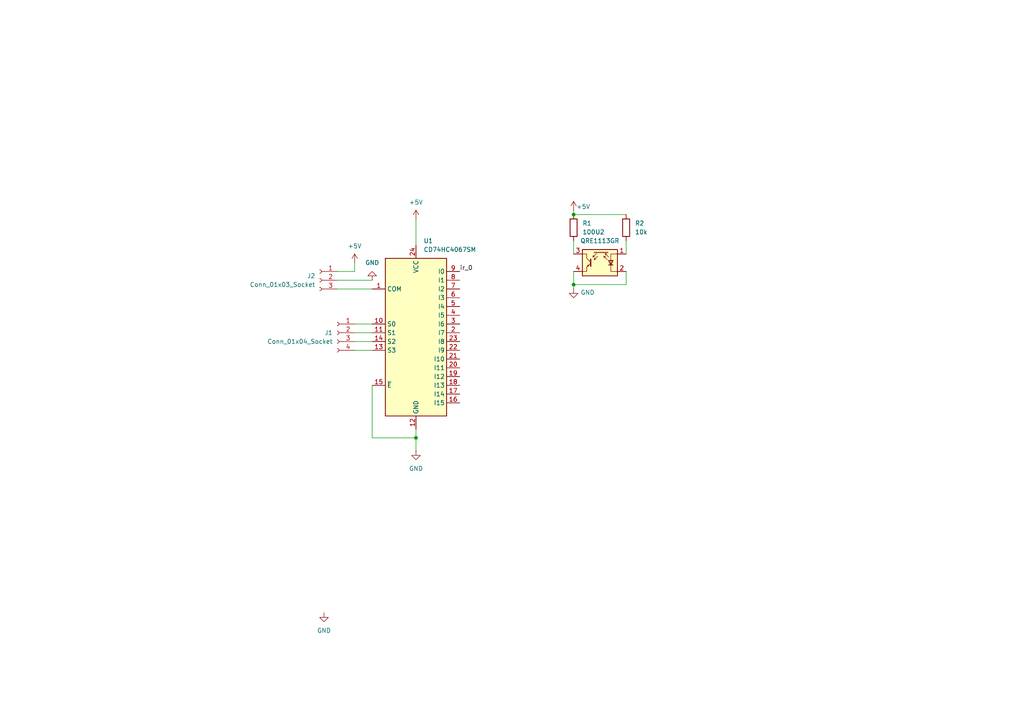
<source format=kicad_sch>
(kicad_sch (version 20250114) (generator "eeschema") (generator_version "9.0")
  (paper "A4")
  (lib_symbols
    (symbol "74xx:CD74HC4067SM"
      (property "Reference" "U" (at -8.89 22.86 0))
      (property "Value" "CD74HC4067SM" (at 1.27 22.86 0))
      (symbol "CD74HC4067SM_0_1"
        (rectangle (start -8.89 21.59) (end 8.89 -24.13) (stroke (width 0.254)) (fill (type background)))
      )
      (symbol "CD74HC4067SM_1_1"
        (pin passive line (at -12.7 12.7 0) (length 3.81) (name "COM") (number "1"))
        (pin input line (at -12.7 2.54 0) (length 3.81) (name "S0") (number "10"))
        (pin input line (at -12.7 0 0) (length 3.81) (name "S1") (number "11"))
        (pin input line (at -12.7 -2.54 0) (length 3.81) (name "S2") (number "14"))
        (pin input line (at -12.7 -5.08 0) (length 3.81) (name "S3") (number "13"))
        (pin input line (at -12.7 -15.24 0) (length 3.81) (name "~{E}") (number "15"))
        (pin power_in line (at 0 25.4 270) (length 3.81) (name "VCC") (number "24"))
        (pin power_in line (at 0 -27.94 90) (length 3.81) (name "GND") (number "12"))
        (pin passive line (at 12.7 17.78 180) (length 3.81) (name "I0") (number "9"))
        (pin passive line (at 12.7 15.24 180) (length 3.81) (name "I1") (number "8"))
        (pin passive line (at 12.7 12.7 180) (length 3.81) (name "I2") (number "7"))
        (pin passive line (at 12.7 10.16 180) (length 3.81) (name "I3") (number "6"))
        (pin passive line (at 12.7 7.62 180) (length 3.81) (name "I4") (number "5"))
        (pin passive line (at 12.7 5.08 180) (length 3.81) (name "I5") (number "4"))
        (pin passive line (at 12.7 2.54 180) (length 3.81) (name "I6") (number "3"))
        (pin passive line (at 12.7 0 180) (length 3.81) (name "I7") (number "2"))
        (pin passive line (at 12.7 -2.54 180) (length 3.81) (name "I8") (number "23"))
        (pin passive line (at 12.7 -5.08 180) (length 3.81) (name "I9") (number "22"))
        (pin passive line (at 12.7 -7.62 180) (length 3.81) (name "I10") (number "21"))
        (pin passive line (at 12.7 -10.16 180) (length 3.81) (name "I11") (number "20"))
        (pin passive line (at 12.7 -12.7 180) (length 3.81) (name "I12") (number "19"))
        (pin passive line (at 12.7 -15.24 180) (length 3.81) (name "I13") (number "18"))
        (pin passive line (at 12.7 -17.78 180) (length 3.81) (name "I14") (number "17"))
        (pin passive line (at 12.7 -20.32 180) (length 3.81) (name "I15") (number "16"))
      )
    )
    (symbol "Connector:Conn_01x03_Socket" (pin_names (offset 1.016) (hide yes))
      (property "Reference" "J" (at 0 5.08 0))
      (property "Value" "Conn_01x03_Socket" (at 0 -5.08 0))
      (symbol "Conn_01x03_Socket_1_1"
        (polyline (pts (xy -1.27 2.54) (xy -0.508 2.54)) (stroke (width 0.1524)))
        (polyline (pts (xy -1.27 0) (xy -0.508 0)) (stroke (width 0.1524)))
        (polyline (pts (xy -1.27 -2.54) (xy -0.508 -2.54)) (stroke (width 0.1524)))
        (arc (start 0 2.032) (mid -0.5058 2.54) (end 0 3.048) (stroke (width 0.1524)))
        (arc (start 0 -0.508) (mid -0.5058 0) (end 0 0.508) (stroke (width 0.1524)))
        (arc (start 0 -3.048) (mid -0.5058 -2.54) (end 0 -2.032) (stroke (width 0.1524)))
        (pin passive line (at -5.08 2.54 0) (length 3.81) (name "Pin_1") (number "1"))
        (pin passive line (at -5.08 0 0) (length 3.81) (name "Pin_2") (number "2"))
        (pin passive line (at -5.08 -2.54 0) (length 3.81) (name "Pin_3") (number "3"))
      )
    )
    (symbol "Connector:Conn_01x04_Socket" (pin_names (offset 1.016) (hide yes))
      (property "Reference" "J" (at 0 5.08 0))
      (property "Value" "Conn_01x04_Socket" (at 0 -7.62 0))
      (symbol "Conn_01x04_Socket_1_1"
        (polyline (pts (xy -1.27 2.54) (xy -0.508 2.54)) (stroke (width 0.1524)))
        (polyline (pts (xy -1.27 0) (xy -0.508 0)) (stroke (width 0.1524)))
        (polyline (pts (xy -1.27 -2.54) (xy -0.508 -2.54)) (stroke (width 0.1524)))
        (polyline (pts (xy -1.27 -5.08) (xy -0.508 -5.08)) (stroke (width 0.1524)))
        (arc (start 0 2.032) (mid -0.5058 2.54) (end 0 3.048) (stroke (width 0.1524)))
        (arc (start 0 -0.508) (mid -0.5058 0) (end 0 0.508) (stroke (width 0.1524)))
        (arc (start 0 -3.048) (mid -0.5058 -2.54) (end 0 -2.032) (stroke (width 0.1524)))
        (arc (start 0 -5.588) (mid -0.5058 -5.08) (end 0 -4.572) (stroke (width 0.1524)))
        (pin passive line (at -5.08 2.54 0) (length 3.81) (name "Pin_1") (number "1"))
        (pin passive line (at -5.08 0 0) (length 3.81) (name "Pin_2") (number "2"))
        (pin passive line (at -5.08 -2.54 0) (length 3.81) (name "Pin_3") (number "3"))
        (pin passive line (at -5.08 -5.08 0) (length 3.81) (name "Pin_4") (number "4"))
      )
    )
    (symbol "Device:R" (pin_numbers (hide yes)) (pin_names (offset 0))
      (property "Reference" "R" (at 2.032 0 90))
      (property "Value" "R" (at 0 0 90))
      (symbol "R_0_1"
        (rectangle (start -1.016 -2.54) (end 1.016 2.54) (stroke (width 0.254)))
      )
      (symbol "R_1_1"
        (pin passive line (at 0 3.81 270) (length 1.27) (name "~") (number "1"))
        (pin passive line (at 0 -3.81 90) (length 1.27) (name "~") (number "2"))
      )
    )
    (symbol "Sensor_Proximity:QRE1113GR" (pin_names (offset 0.0254) (hide yes))
      (property "Reference" "U" (at -3.81 5.08 0))
      (property "Value" "QRE1113GR" (at 11.43 5.08 0))
      (symbol "QRE1113GR_0_1"
        (polyline (pts (xy -5.08 -2.54) (xy -3.175 -2.54) (xy -3.175 2.54) (xy -5.08 2.54)))
        (polyline (pts (xy -5.08 -3.81) (xy 5.08 -3.81) (xy 5.08 3.81) (xy -5.08 3.81) (xy -5.08 -3.81)) (stroke (width 0.254)) (fill (type background)))
        (polyline (pts (xy -3.81 -0.635) (xy -2.54 -0.635)) (stroke (width 0.254)))
        (polyline (pts (xy -3.175 -0.635) (xy -3.81 0.635) (xy -2.54 0.635) (xy -3.175 -0.635)) (stroke (width 0.254)))
        (polyline (pts (xy -2.54 1.651) (xy -1.524 2.667) (xy -2.032 2.54)))
        (polyline (pts (xy -2.286 2.921) (xy -2.032 3.175)))
        (polyline (pts (xy -2.159 0.889) (xy -1.143 1.905) (xy -1.651 1.778)))
        (polyline (pts (xy -1.778 2.921) (xy -1.524 3.175)))
        (polyline (pts (xy -1.524 2.667) (xy -1.651 2.159)))
        (polyline (pts (xy -1.27 2.921) (xy -1.016 3.175)))
        (polyline (pts (xy -1.143 1.905) (xy -1.27 1.397)))
        (polyline (pts (xy -0.762 2.921) (xy -0.508 3.175)))
        (polyline (pts (xy -0.254 2.921) (xy 0 3.175)))
        (polyline (pts (xy 0.254 2.921) (xy 0.508 3.175)))
        (polyline (pts (xy 0.635 1.905) (xy 1.651 0.889) (xy 1.524 1.397)))
        (polyline (pts (xy 0.762 2.921) (xy 1.016 3.175)))
        (polyline (pts (xy 1.016 2.667) (xy 2.032 1.651) (xy 1.905 2.159)))
        (polyline (pts (xy 1.27 2.921) (xy 1.524 3.175)))
        (polyline (pts (xy 1.651 0.889) (xy 1.143 1.016)))
        (polyline (pts (xy 1.778 2.921) (xy -2.413 2.921)))
        (polyline (pts (xy 2.032 1.651) (xy 1.524 1.778)))
        (polyline (pts (xy 2.667 1.016) (xy 2.667 -1.016)) (stroke (width 0.3556)))
        (polyline (pts (xy 2.667 0.127) (xy 3.81 1.27)))
        (polyline (pts (xy 2.667 -0.127) (xy 3.81 -1.27)))
        (polyline (pts (xy 3.683 -1.143) (xy 3.429 -0.635) (xy 3.175 -0.889) (xy 3.683 -1.143)))
        (polyline (pts (xy 3.81 1.27) (xy 3.81 2.54) (xy 5.08 2.54)))
        (polyline (pts (xy 3.81 -1.27) (xy 3.81 -2.54) (xy 5.08 -2.54)))
      )
      (symbol "QRE1113GR_1_1"
        (pin passive line (at -7.62 2.54 0) (length 2.54) (name "A") (number "1"))
        (pin passive line (at -7.62 -2.54 0) (length 2.54) (name "K") (number "2"))
        (pin open_collector line (at 7.62 2.54 180) (length 2.54) (name "~") (number "3"))
        (pin open_emitter line (at 7.62 -2.54 180) (length 2.54) (name "~") (number "4"))
      )
    )
    (symbol "power:+5V" (power) (pin_numbers (hide yes)) (pin_names (offset 0) (hide yes))
      (property "Value" "+5V" (at 0 3.556 0))
      (symbol "+5V_0_1"
        (polyline (pts (xy -0.762 1.27) (xy 0 2.54)))
        (polyline (pts (xy 0 2.54) (xy 0.762 1.27)))
        (polyline (pts (xy 0 0) (xy 0 2.54)))
      )
      (symbol "+5V_1_1"
        (pin power_in line (at 0 0 90) (length 0) (name "~") (number "1"))
      )
    )
    (symbol "power:GND" (power) (pin_numbers (hide yes)) (pin_names (offset 0) (hide yes))
      (property "Value" "GND" (at 0 -3.81 0))
      (symbol "GND_0_1"
        (polyline (pts (xy 0 0) (xy 0 -1.27) (xy 1.27 -1.27) (xy 0 -2.54) (xy -1.27 -1.27) (xy 0 -1.27)))
      )
      (symbol "GND_1_1"
        (pin power_in line (at 0 0 270) (length 0) (name "~") (number "1"))
      )
    )
  )
  (junction (at 166.37 62.23))
  (junction (at 166.37 82.55))
  (junction (at 120.65 127))
  (wire (pts (xy 120.65 124.46) (xy 120.65 127)))
  (wire (pts (xy 166.37 82.55) (xy 166.37 78.74)))
  (wire (pts (xy 181.61 82.55) (xy 166.37 82.55)))
  (wire (pts (xy 102.87 78.74) (xy 102.87 76.2)))
  (wire (pts (xy 166.37 82.55) (xy 166.37 83.82)))
  (wire (pts (xy 107.95 127) (xy 120.65 127)))
  (wire (pts (xy 102.87 101.6) (xy 107.95 101.6)))
  (wire (pts (xy 166.37 60.96) (xy 166.37 62.23)))
  (wire (pts (xy 166.37 62.23) (xy 181.61 62.23)))
  (wire (pts (xy 181.61 69.85) (xy 181.61 73.66)))
  (wire (pts (xy 97.79 81.28) (xy 107.95 81.28)))
  (wire (pts (xy 166.37 69.85) (xy 166.37 73.66)))
  (wire (pts (xy 107.95 111.76) (xy 107.95 127)))
  (wire (pts (xy 102.87 93.98) (xy 107.95 93.98)))
  (wire (pts (xy 120.65 63.5) (xy 120.65 71.12)))
  (wire (pts (xy 181.61 78.74) (xy 181.61 82.55)))
  (wire (pts (xy 102.87 96.52) (xy 107.95 96.52)))
  (wire (pts (xy 102.87 99.06) (xy 107.95 99.06)))
  (wire (pts (xy 120.65 127) (xy 120.65 130.81)))
  (wire (pts (xy 97.79 83.82) (xy 107.95 83.82)))
  (wire (pts (xy 97.79 78.74) (xy 102.87 78.74)))
  (label "ir_0" (at 133.35 78.74 0))
  (symbol (lib_id "Connector:Conn_01x04_Socket") (at 97.79 96.52 0) (mirror y) (unit 1)
    (property "Reference" "J1" (at 96.52 96.5199 0) (effects (justify left)))
    (property "Value" "Conn_01x04_Socket" (at 96.52 99.0599 0) (effects (justify left)))
    (property "Footprint" "Connector_JST:JST_XH_B4B-XH-A_1x04_P2.50mm_Vertical" (effects (hide yes)))
    (property "Description" "Generic connector, single row, 01x04, script generated" (effects (hide yes)))
  )
  (symbol (lib_id "power:GND") (at 93.98 177.8 0) (unit 1)
    (property "Reference" "#PWR04" (effects (hide yes)))
    (property "Value" "GND" (at 93.98 182.88 0))
    (property "Description" "Power symbol creates a global label with name \"GND\" , ground" (effects (hide yes)))
  )
  (symbol (lib_id "74xx:CD74HC4067SM") (at 120.65 96.52 0) (unit 1)
    (property "Reference" "U1" (at 122.8441 69.85 0) (effects (justify left)))
    (property "Value" "CD74HC4067SM" (at 122.8441 72.39 0) (effects (justify left)))
    (property "Footprint" "Package_SO:SSOP-24_5.3x8.2mm_P0.65mm" (effects (hide yes)))
    (property "Datasheet" "http://www.ti.com/lit/ds/symlink/cd74hc4067.pdf" (effects (hide yes)))
    (property "Description" "High-Speed CMOS Logic 16-Channel Analog Multiplexer/Demultiplexer, SSOP-24" (effects (hide yes)))
  )
  (symbol (lib_id "power:+5V") (at 120.65 63.5 0) (unit 1)
    (property "Reference" "#PWR02" (effects (hide yes)))
    (property "Value" "+5V" (at 120.65 58.674 0))
    (property "Description" "Power symbol creates a global label with name \"+5V\"" (effects (hide yes)))
  )
  (symbol (lib_id "Sensor_Proximity:QRE1113GR") (at 173.99 76.2 0) (mirror y) (unit 1)
    (property "Reference" "U2" (at 173.99 67.31 0))
    (property "Value" "QRE1113GR" (at 173.99 69.85 0))
    (property "Footprint" "OptoDevice:OnSemi_CASE100CY" (effects (hide yes)))
    (property "Datasheet" "http://www.onsemi.com/pub/Collateral/QRE1113-D.PDF" (effects (hide yes)))
    (property "Description" "Miniature Reflective Optical Object Sensor, SMD-4" (effects (hide yes)))
  )
  (symbol (lib_id "Device:R") (at 181.61 66.04 0) (unit 1)
    (property "Reference" "R2" (at 184.15 64.7699 0) (effects (justify left)))
    (property "Value" "10k" (at 184.15 67.3099 0) (effects (justify left)))
    (property "Footprint" "Resistor_SMD:R_0805_2012Metric" (effects (hide yes)))
    (property "Description" "Resistor" (effects (hide yes)))
  )
  (symbol (lib_id "power:+5V") (at 102.87 76.2 0) (unit 1)
    (property "Reference" "#PWR03" (effects (hide yes)))
    (property "Value" "+5V" (at 102.87 71.374 0))
    (property "Description" "Power symbol creates a global label with name \"+5V\"" (effects (hide yes)))
  )
  (symbol (lib_id "Connector:Conn_01x03_Socket") (at 92.71 81.28 0) (mirror y) (unit 1)
    (property "Reference" "J2" (at 91.44 80.0099 0) (effects (justify left)))
    (property "Value" "Conn_01x03_Socket" (at 91.44 82.5499 0) (effects (justify left)))
    (property "Footprint" "Connector_JST:JST_XH_B3B-XH-A_1x03_P2.50mm_Vertical" (effects (hide yes)))
    (property "Description" "Generic connector, single row, 01x03, script generated" (effects (hide yes)))
  )
  (symbol (lib_id "power:GND") (at 166.37 83.82 0) (unit 1)
    (property "Reference" "#PWR07" (effects (hide yes)))
    (property "Value" "GND" (at 170.434 84.836 0))
    (property "Description" "Power symbol creates a global label with name \"GND\" , ground" (effects (hide yes)))
  )
  (symbol (lib_id "power:+5V") (at 166.37 60.96 0) (unit 1)
    (property "Reference" "#PWR06" (effects (hide yes)))
    (property "Value" "+5V" (at 169.164 59.944 0))
    (property "Description" "Power symbol creates a global label with name \"+5V\"" (effects (hide yes)))
  )
  (symbol (lib_id "Device:R") (at 166.37 66.04 0) (unit 1)
    (property "Reference" "R1" (at 168.91 64.7699 0) (effects (justify left)))
    (property "Value" "100" (at 168.91 67.3099 0) (effects (justify left)))
    (property "Footprint" "Resistor_SMD:R_1206_3216Metric" (effects (hide yes)))
    (property "Description" "Resistor" (effects (hide yes)))
  )
  (symbol (lib_id "power:GND") (at 107.95 81.28 0) (mirror x) (unit 1)
    (property "Reference" "#PWR05" (effects (hide yes)))
    (property "Value" "GND" (at 107.95 76.2 0))
    (property "Description" "Power symbol creates a global label with name \"GND\" , ground" (effects (hide yes)))
  )
  (symbol (lib_id "power:GND") (at 120.65 130.81 0) (unit 1)
    (property "Reference" "#PWR01" (effects (hide yes)))
    (property "Value" "GND" (at 120.65 135.89 0))
    (property "Description" "Power symbol creates a global label with name \"GND\" , ground" (effects (hide yes)))
  )
)
</source>
